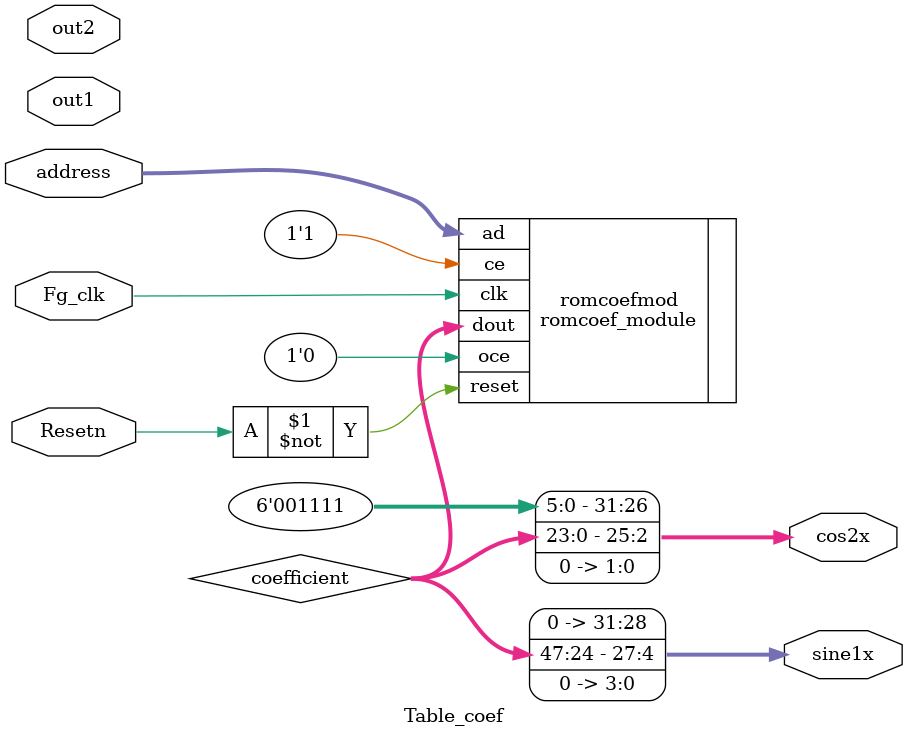
<source format=v>
module Table_coef (
  input Fg_clk,
  input Resetn,
  input [10:0] address,
  input [31:0] out1,
  input [31:0] out2,
  output [31:0] sine1x,
  output [31:0] cos2x
);

  wire [47:0] coefficient;

  // Instantiate the ROM module
  romcoef_module romcoefmod(
    .dout(coefficient),
    .clk(Fg_clk),
    .oce(1'b0),         // Output clock enable is set to 0
    .ce(1'b1),         // Use binary literals for consistency
    .reset(~Resetn),
    .ad(address)
  );

  // Assign outputs with bit manipulation
  assign sine1x = {4'b0000, coefficient[47:24], 4'b0000};
  assign cos2x = {6'b001111, coefficient[23:0], 2'b00};

endmodule

// module lookup_table(Fg_clk, Resetn, address, out1, out2, sine1x, cos2x);
//     input Fg_clk;
//     input Resetn;
//     input wire [10:0] address;
//     input out1;
//     input out2;

//     output [31:0] sine1x;
//     output [31:0] cos2x;

//     // wire [31:0] sin1x;
//     // wire [31:0] cos2x;

//     wire [47:0] coef;

//     romcoef_module romcoefmod(
//         .dout(coef), //output [47:0] dout

//         .clk(Fg_clk), //input clk
//         .oce(1'd1), //input oce
//         .ce(1'd1), //input ce
//         .reset(~Resetn), //input reset
//         .ad(address) //input [10:0] ad
//     );
   

//     assign sine1x = {4'b0000  , coef[47:24], 4'b0000};
//     assign cos2x = {6'b001111, coef[23: 0], 2'b00  };


// endmodule
</source>
